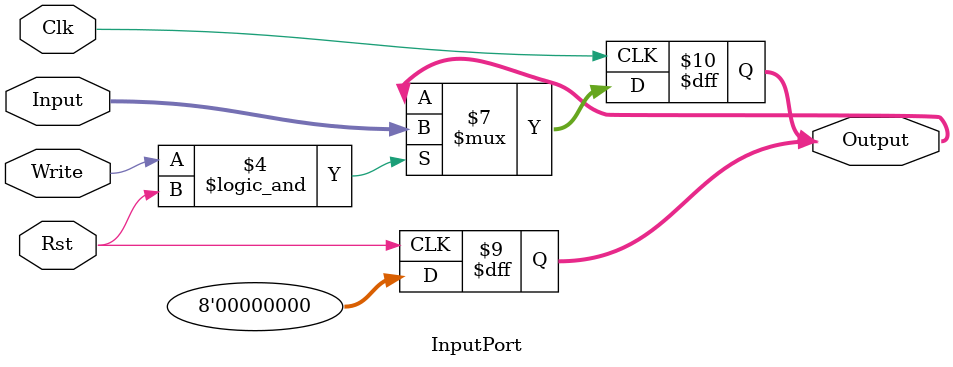
<source format=sv>
module InputPort (
    Input,
    Write,
    Clk,
    Rst,
    Output
);

/****************** Decleration ******************/
parameter WIDTH_DATA_LENGTH = 8;
input [WIDTH_DATA_LENGTH - 1: 0] Input;
input Write;
input Clk;
input Rst;
output reg [WIDTH_DATA_LENGTH - 1:0] Output;

/****************** Always function ******************/
always @ (posedge Clk) begin
    if(Write == 1'b1 && Rst != 1'b0) begin
        Output = Input;
    end
end

always @(negedge Rst) begin
    Output = 8'b0;
end

endmodule
</source>
